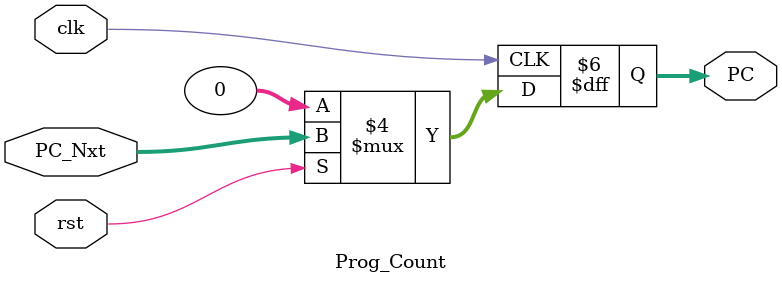
<source format=v>
module Prog_Count(clk,rst,PC,PC_Nxt);

input clk,rst;
input [31:0]PC_Nxt;

output [31:0]PC;
reg [31:0]PC;

always @(posedge clk)begin
    if (rst == 1'b0)
        PC  <= {32{1'b0}};
    else
        PC <= PC_Nxt;  
end

endmodule
</source>
